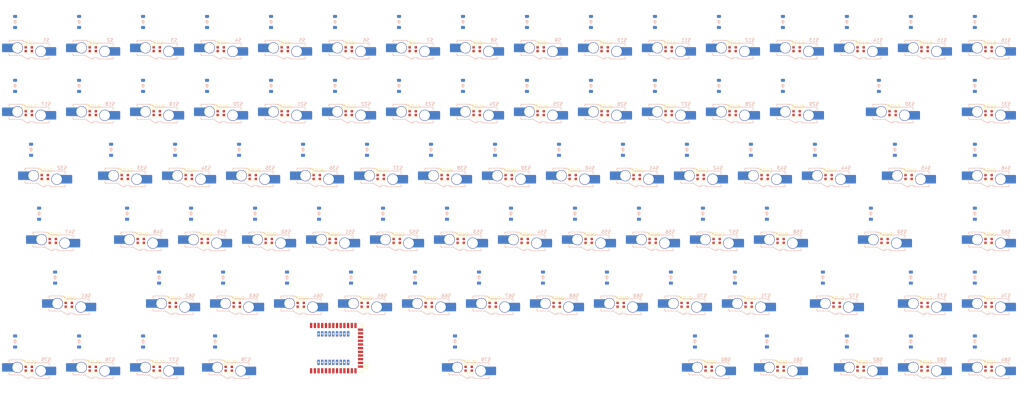
<source format=kicad_pcb>
(kicad_pcb (version 20240108) (generator "pcbnew") (generator_version "8.0")
  (layers (0 "F.Cu" signal) (31 "B.Cu" signal) (34 "B.Paste" user) (35 "F.Paste" user) (36 "B.SilkS" user "B.Silkscreen") (37 "F.SilkS" user "F.Silkscreen") (38 "B.Mask" user) (39 "F.Mask" user) (44 "Edge.Cuts" user))
  (net 0 "")
  (net 1 "ROW0")
  (net 2 "Net-(D1-A)")
  (net 3 "Net-(D2-A)")
  (net 4 "Net-(D3-A)")
  (net 5 "Net-(D4-A)")
  (net 6 "Net-(D5-A)")
  (net 7 "Net-(D6-A)")
  (net 8 "Net-(D7-A)")
  (net 9 "Net-(D8-A)")
  (net 10 "Net-(D9-A)")
  (net 11 "Net-(D10-A)")
  (net 12 "ROW1")
  (net 13 "Net-(D11-A)")
  (net 14 "Net-(D12-A)")
  (net 15 "Net-(D13-A)")
  (net 16 "Net-(D14-A)")
  (net 17 "Net-(D15-A)")
  (net 18 "Net-(D16-A)")
  (net 19 "Net-(D17-A)")
  (net 20 "Net-(D18-A)")
  (net 21 "Net-(D19-A)")
  (net 22 "Net-(D20-A)")
  (net 23 "ROW2")
  (net 24 "Net-(D21-A)")
  (net 25 "Net-(D22-A)")
  (net 26 "Net-(D23-A)")
  (net 27 "Net-(D24-A)")
  (net 28 "Net-(D25-A)")
  (net 29 "Net-(D26-A)")
  (net 30 "Net-(D27-A)")
  (net 31 "Net-(D28-A)")
  (net 32 "Net-(D29-A)")
  (net 33 "Net-(D30-A)")
  (net 34 "Net-(D31-A)")
  (net 35 "ROW3")
  (net 36 "Net-(D32-A)")
  (net 37 "Net-(D33-A)")
  (net 38 "Net-(D34-A)")
  (net 39 "Net-(D35-A)")
  (net 40 "Net-(D36-A)")
  (net 41 "Net-(D37-A)")
  (net 42 "Net-(D38-A)")
  (net 43 "Net-(D39-A)")
  (net 44 "Net-(D40-A)")
  (net 45 "Net-(D41-A)")
  (net 46 "ROW4")
  (net 47 "Net-(D42-A)")
  (net 48 "Net-(D43-A)")
  (net 49 "Net-(D44-A)")
  (net 50 "Net-(D45-A)")
  (net 51 "Net-(D46-A)")
  (net 52 "Net-(D47-A)")
  (net 53 "Net-(D48-A)")
  (net 54 "Net-(D49-A)")
  (net 55 "Net-(D50-A)")
  (net 56 "Net-(D51-A)")
  (net 57 "ROW5")
  (net 58 "Net-(D52-A)")
  (net 59 "Net-(D53-A)")
  (net 60 "Net-(D54-A)")
  (net 61 "Net-(D55-A)")
  (net 62 "Net-(D56-A)")
  (net 63 "Net-(D57-A)")
  (net 64 "Net-(D58-A)")
  (net 65 "Net-(D59-A)")
  (net 66 "Net-(D60-A)")
  (net 67 "Net-(D61-A)")
  (net 68 "Net-(D62-A)")
  (net 69 "Net-(D63-A)")
  (net 70 "Net-(D64-A)")
  (net 71 "Net-(D65-A)")
  (net 72 "Net-(D66-A)")
  (net 73 "Net-(D67-A)")
  (net 74 "Net-(D68-A)")
  (net 75 "Net-(D69-A)")
  (net 76 "Net-(D70-A)")
  (net 77 "Net-(D71-A)")
  (net 78 "Net-(D72-A)")
  (net 79 "Net-(D73-A)")
  (net 80 "Net-(D74-A)")
  (net 81 "Net-(D75-A)")
  (net 82 "Net-(D76-A)")
  (net 83 "Net-(D77-A)")
  (net 84 "Net-(D78-A)")
  (net 85 "Net-(D79-A)")
  (net 86 "Net-(D80-A)")
  (net 87 "Net-(D81-A)")
  (net 88 "Net-(D82-A)")
  (net 89 "Net-(D83-A)")
  (net 90 "Net-(D84-A)")
  (net 91 "Net-(LED1-DOUT)")
  (net 92 "+5V")
  (net 93 "GND")
  (net 94 "LED_ARRAY")
  (net 95 "Net-(LED2-DOUT)")
  (net 96 "Net-(LED3-DOUT)")
  (net 97 "Net-(LED4-DOUT)")
  (net 98 "Net-(LED5-DOUT)")
  (net 99 "Net-(LED6-DOUT)")
  (net 100 "Net-(LED7-DOUT)")
  (net 101 "Net-(LED8-DOUT)")
  (net 102 "Net-(LED10-DIN)")
  (net 103 "Net-(LED10-DOUT)")
  (net 104 "Net-(LED11-DOUT)")
  (net 105 "Net-(LED12-DOUT)")
  (net 106 "Net-(LED13-DOUT)")
  (net 107 "Net-(LED14-DOUT)")
  (net 108 "Net-(LED15-DOUT)")
  (net 109 "Net-(LED16-DOUT)")
  (net 110 "Net-(LED17-DOUT)")
  (net 111 "Net-(LED18-DOUT)")
  (net 112 "Net-(LED19-DOUT)")
  (net 113 "Net-(LED20-DOUT)")
  (net 114 "Net-(LED21-DOUT)")
  (net 115 "Net-(LED22-DOUT)")
  (net 116 "Net-(LED23-DOUT)")
  (net 117 "Net-(LED24-DOUT)")
  (net 118 "Net-(LED25-DOUT)")
  (net 119 "Net-(LED26-DOUT)")
  (net 120 "Net-(LED27-DOUT)")
  (net 121 "Net-(LED28-DOUT)")
  (net 122 "Net-(LED29-DOUT)")
  (net 123 "Net-(LED30-DOUT)")
  (net 124 "Net-(LED31-DOUT)")
  (net 125 "Net-(LED32-DOUT)")
  (net 126 "Net-(LED33-DOUT)")
  (net 127 "Net-(LED34-DOUT)")
  (net 128 "Net-(LED35-DOUT)")
  (net 129 "Net-(LED36-DOUT)")
  (net 130 "Net-(LED37-DOUT)")
  (net 131 "Net-(LED38-DOUT)")
  (net 132 "Net-(LED39-DOUT)")
  (net 133 "Net-(LED40-DOUT)")
  (net 134 "Net-(LED41-DOUT)")
  (net 135 "Net-(LED42-DOUT)")
  (net 136 "Net-(LED43-DOUT)")
  (net 137 "Net-(LED44-DOUT)")
  (net 138 "Net-(LED45-DOUT)")
  (net 139 "Net-(LED46-DOUT)")
  (net 140 "Net-(LED47-DOUT)")
  (net 141 "Net-(LED48-DOUT)")
  (net 142 "Net-(LED49-DOUT)")
  (net 143 "Net-(LED50-DOUT)")
  (net 144 "Net-(LED51-DOUT)")
  (net 145 "Net-(LED52-DOUT)")
  (net 146 "Net-(LED53-DOUT)")
  (net 147 "Net-(LED54-DOUT)")
  (net 148 "Net-(LED55-DOUT)")
  (net 149 "Net-(LED56-DOUT)")
  (net 150 "Net-(LED57-DOUT)")
  (net 151 "Net-(LED58-DOUT)")
  (net 152 "Net-(LED59-DOUT)")
  (net 153 "Net-(LED60-DOUT)")
  (net 154 "Net-(LED61-DOUT)")
  (net 155 "Net-(LED62-DOUT)")
  (net 156 "Net-(LED63-DOUT)")
  (net 157 "Net-(LED64-DOUT)")
  (net 158 "Net-(LED65-DOUT)")
  (net 159 "Net-(LED66-DOUT)")
  (net 160 "Net-(LED67-DOUT)")
  (net 161 "Net-(LED68-DOUT)")
  (net 162 "Net-(LED69-DOUT)")
  (net 163 "Net-(LED70-DOUT)")
  (net 164 "Net-(LED71-DOUT)")
  (net 165 "Net-(LED72-DOUT)")
  (net 166 "Net-(LED73-DOUT)")
  (net 167 "Net-(LED74-DOUT)")
  (net 168 "Net-(LED75-DOUT)")
  (net 169 "Net-(LED76-DOUT)")
  (net 170 "Net-(LED77-DOUT)")
  (net 171 "Net-(LED78-DOUT)")
  (net 172 "Net-(LED79-DOUT)")
  (net 173 "Net-(LED80-DOUT)")
  (net 174 "Net-(LED81-DOUT)")
  (net 175 "Net-(LED82-DOUT)")
  (net 176 "Net-(LED83-DOUT)")
  (net 178 "COL0")
  (net 179 "COL1")
  (net 180 "COL2")
  (net 181 "COL3")
  (net 182 "COL4")
  (net 183 "COL5")
  (net 184 "COL6")
  (net 185 "COL7")
  (net 186 "COL8")
  (net 187 "COL9")
  (net 243 "COL10")
  (net 244 "COL11")
  (net 245 "COL12")
  (net 246 "COL13")
  (net 247 "COL14")
  (net 248 "COL15")
  (footprint "LED_SMD:LED_WS2812B-2020_PLCC4_2.0x2.0mm" (layer "F.Cu") (at 89.4875 100.35)
    (property "Reference" "LED49")
    (property "Value" "WS2812B-2020")
  )
  (footprint "LED_SMD:LED_WS2812B-2020_PLCC4_2.0x2.0mm" (layer "F.Cu") (at 189.5 62.25)
    (property "Reference" "LED25")
    (property "Value" "WS2812B-2020")
  )
  (footprint "LED_SMD:LED_WS2812B-2020_PLCC4_2.0x2.0mm" (layer "F.Cu") (at 291.89375 100.35)
    (property "Reference" "LED59")
    (property "Value" "WS2812B-2020")
  )
  (footprint "LED_SMD:LED_WS2812B-2020_PLCC4_2.0x2.0mm" (layer "F.Cu") (at 284.75 138.45)
    (property "Reference" "LED82")
    (property "Value" "WS2812B-2020")
  )
  (footprint "LED_SMD:LED_WS2812B-2020_PLCC4_2.0x2.0mm" (layer "F.Cu") (at 246.65 43.2)
    (property "Reference" "LED12")
    (property "Value" "WS2812B-2020")
  )
  (footprint "LED_SMD:LED_WS2812B-2020_PLCC4_2.0x2.0mm" (layer "F.Cu") (at 260.9375 100.35)
    (property "Reference" "LED58")
    (property "Value" "WS2812B-2020")
  )
  (footprint "LED_SMD:LED_WS2812B-2020_PLCC4_2.0x2.0mm" (layer "F.Cu") (at 37.1 138.45)
    (property "Reference" "LED75")
    (property "Value" "WS2812B-2020")
  )
  (footprint "LED_SMD:LED_WS2812B-2020_PLCC4_2.0x2.0mm" (layer "F.Cu") (at 199.025 81.3)
    (property "Reference" "LED40")
    (property "Value" "WS2812B-2020")
  )
  (footprint "LED_SMD:LED_WS2812B-2020_PLCC4_2.0x2.0mm" (layer "F.Cu") (at 160.925 81.3)
    (property "Reference" "LED38")
    (property "Value" "WS2812B-2020")
  )
  (footprint "LED_SMD:LED_WS2812B-2020_PLCC4_2.0x2.0mm" (layer "F.Cu") (at 277.60625 119.4)
    (property "Reference" "LED72")
    (property "Value" "WS2812B-2020")
  )
  (footprint "LED_SMD:LED_WS2812B-2020_PLCC4_2.0x2.0mm" (layer "F.Cu") (at 41.8625 81.3)
    (property "Reference" "LED32")
    (property "Value" "WS2812B-2020")
  )
  (footprint "LED_SMD:LED_WS2812B-2020_PLCC4_2.0x2.0mm" (layer "F.Cu") (at 275.225 81.3)
    (property "Reference" "LED44")
    (property "Value" "WS2812B-2020")
  )
  (footprint "LED_SMD:LED_WS2812B-2020_PLCC4_2.0x2.0mm" (layer "F.Cu") (at 118.0625 119.4)
    (property "Reference" "LED64")
    (property "Value" "WS2812B-2020")
  )
  (footprint "LED_SMD:LED_WS2812B-2020_PLCC4_2.0x2.0mm" (layer "F.Cu") (at 70.4375 100.35)
    (property "Reference" "LED48")
    (property "Value" "WS2812B-2020")
  )
  (footprint "LED_SMD:LED_WS2812B-2020_PLCC4_2.0x2.0mm" (layer "F.Cu") (at 322.85 43.2)
    (property "Reference" "LED16")
    (property "Value" "WS2812B-2020")
  )
  (footprint "LED_SMD:LED_WS2812B-2020_PLCC4_2.0x2.0mm" (layer "F.Cu") (at 256.175 81.3)
    (property "Reference" "LED43")
    (property "Value" "WS2812B-2020")
  )
  (footprint "LED_SMD:LED_WS2812B-2020_PLCC4_2.0x2.0mm" (layer "F.Cu") (at 168.06875 138.45)
    (property "Reference" "LED79")
    (property "Value" "WS2812B-2020")
  )
  (footprint "LED_SMD:LED_WS2812B-2020_PLCC4_2.0x2.0mm" (layer "F.Cu") (at 151.4 62.25)
    (property "Reference" "LED23")
    (property "Value" "WS2812B-2020")
  )
  (footprint "LED_SMD:LED_WS2812B-2020_PLCC4_2.0x2.0mm" (layer "F.Cu") (at 303.8 119.4)
    (property "Reference" "LED73")
    (property "Value" "WS2812B-2020")
  )
  (footprint "LED_SMD:LED_WS2812B-2020_PLCC4_2.0x2.0mm" (layer "F.Cu") (at 303.8 43.2)
    (property "Reference" "LED15")
    (property "Value" "WS2812B-2020")
  )
  (footprint "LED_SMD:LED_WS2812B-2020_PLCC4_2.0x2.0mm" (layer "F.Cu") (at 170.45 43.2)
    (property "Reference" "LED8")
    (property "Value" "WS2812B-2020")
  )
  (footprint "LED_SMD:LED_WS2812B-2020_PLCC4_2.0x2.0mm" (layer "F.Cu") (at 284.75 43.2)
    (property "Reference" "LED14")
    (property "Value" "WS2812B-2020")
  )
  (footprint "LED_SMD:LED_WS2812B-2020_PLCC4_2.0x2.0mm" (layer "F.Cu") (at 194.2625 119.4)
    (property "Reference" "LED68")
    (property "Value" "WS2812B-2020")
  )
  (footprint "LED_SMD:LED_WS2812B-2020_PLCC4_2.0x2.0mm" (layer "F.Cu") (at 165.6875 100.35)
    (property "Reference" "LED53")
    (property "Value" "WS2812B-2020")
  )
  (footprint "LED_SMD:LED_WS2812B-2020_PLCC4_2.0x2.0mm" (layer "F.Cu") (at 322.85 138.45)
    (property "Reference" "LED84")
    (property "Value" "WS2812B-2020")
  )
  (footprint "LED_SMD:LED_WS2812B-2020_PLCC4_2.0x2.0mm" (layer "F.Cu") (at 127.5875 100.35)
    (property "Reference" "LED51")
    (property "Value" "WS2812B-2020")
  )
  (footprint "LED_SMD:LED_WS2812B-2020_PLCC4_2.0x2.0mm" (layer "F.Cu") (at 175.2125 119.4)
    (property "Reference" "LED67")
    (property "Value" "WS2812B-2020")
  )
  (footprint "LED_SMD:LED_WS2812B-2020_PLCC4_2.0x2.0mm" (layer "F.Cu") (at 241.8875 100.35)
    (property "Reference" "LED57")
    (property "Value" "WS2812B-2020")
  )
  (footprint "LED_SMD:LED_WS2812B-2020_PLCC4_2.0x2.0mm" (layer "F.Cu") (at 132.35 62.25)
    (property "Reference" "LED22")
    (property "Value" "WS2812B-2020")
  )
  (footprint "LED_SMD:LED_WS2812B-2020_PLCC4_2.0x2.0mm" (layer "F.Cu") (at 122.825 81.3)
    (property "Reference" "LED36")
    (property "Value" "WS2812B-2020")
  )
  (footprint "LED_SMD:LED_WS2812B-2020_PLCC4_2.0x2.0mm" (layer "F.Cu") (at 303.8 138.45)
    (property "Reference" "LED83")
    (property "Value" "WS2812B-2020")
  )
  (footprint "LED_SMD:LED_WS2812B-2020_PLCC4_2.0x2.0mm" (layer "F.Cu") (at 56.15 43.2)
    (property "Reference" "LED2")
    (property "Value" "WS2812B-2020")
  )
  (footprint "LED_SMD:LED_WS2812B-2020_PLCC4_2.0x2.0mm" (layer "F.Cu") (at 37.1 43.2)
    (property "Reference" "LED1")
    (property "Value" "WS2812B-2020")
  )
  (footprint "LED_SMD:LED_WS2812B-2020_PLCC4_2.0x2.0mm" (layer "F.Cu") (at 75.2 62.25)
    (property "Reference" "LED19")
    (property "Value" "WS2812B-2020")
  )
  (footprint "LED_SMD:LED_WS2812B-2020_PLCC4_2.0x2.0mm" (layer "F.Cu") (at 208.55 62.25)
    (property "Reference" "LED26")
    (property "Value" "WS2812B-2020")
  )
  (footprint "LED_SMD:LED_WS2812B-2020_PLCC4_2.0x2.0mm" (layer "F.Cu") (at 37.1 62.25)
    (property "Reference" "LED17")
    (property "Value" "WS2812B-2020")
  )
  (footprint "LED_SMD:LED_WS2812B-2020_PLCC4_2.0x2.0mm" (layer "F.Cu") (at 151.4 43.2)
    (property "Reference" "LED7")
    (property "Value" "WS2812B-2020")
  )
  (footprint "LED_SMD:LED_WS2812B-2020_PLCC4_2.0x2.0mm" (layer "F.Cu") (at 94.25 62.25)
    (property "Reference" "LED20")
    (property "Value" "WS2812B-2020")
  )
  (footprint "LED_SMD:LED_WS2812B-2020_PLCC4_2.0x2.0mm" (layer "F.Cu") (at 75.2 138.45)
    (property "Reference" "LED77")
    (property "Value" "WS2812B-2020")
  )
  (footprint "LED_SMD:LED_WS2812B-2020_PLCC4_2.0x2.0mm" (layer "F.Cu") (at 170.45 62.25)
    (property "Reference" "LED24")
    (property "Value" "WS2812B-2020")
  )
  (footprint "LED_SMD:LED_WS2812B-2020_PLCC4_2.0x2.0mm" (layer "F.Cu") (at 141.875 81.3)
    (property "Reference" "LED37")
    (property "Value" "WS2812B-2020")
  )
  (footprint "LED_SMD:LED_WS2812B-2020_PLCC4_2.0x2.0mm" (layer "F.Cu") (at 260.9375 138.45)
    (property "Reference" "LED81")
    (property "Value" "WS2812B-2020")
  )
  (footprint "LED_SMD:LED_WS2812B-2020_PLCC4_2.0x2.0mm" (layer "F.Cu") (at 222.8375 100.35)
    (property "Reference" "LED56")
    (property "Value" "WS2812B-2020")
  )
  (footprint "LED_SMD:LED_WS2812B-2020_PLCC4_2.0x2.0mm" (layer "F.Cu") (at 108.5375 100.35)
    (property "Reference" "LED50")
    (property "Value" "WS2812B-2020")
  )
  (footprint "LED_SMD:LED_WS2812B-2020_PLCC4_2.0x2.0mm" (layer "F.Cu") (at 208.55 43.2)
    (property "Reference" "LED10")
    (property "Value" "WS2812B-2020")
  )
  (footprint "LED_SMD:LED_WS2812B-2020_PLCC4_2.0x2.0mm" (layer "F.Cu") (at 265.7 62.25)
    (property "Reference" "LED29")
    (property "Value" "WS2812B-2020")
  )
  (footprint "LED_SMD:LED_WS2812B-2020_PLCC4_2.0x2.0mm" (layer "F.Cu") (at 137.1125 119.4)
    (property "Reference" "LED65")
    (property "Value" "WS2812B-2020")
  )
  (footprint "LED_SMD:LED_WS2812B-2020_PLCC4_2.0x2.0mm" (layer "F.Cu") (at 56.15 62.25)
    (property "Reference" "LED18")
    (property "Value" "WS2812B-2020")
  )
  (footprint "LED_SMD:LED_WS2812B-2020_PLCC4_2.0x2.0mm" (layer "F.Cu") (at 239.50625 138.45)
    (property "Reference" "LED80")
    (property "Value" "WS2812B-2020")
  )
  (footprint "kicad-keyboard-parts:nRF52840_holyiot_18010" (layer "F.Cu") (at 126.862501 132.3 90)
    (property "Reference" "U1")
    (property "Value" "nRF52840_holyiot_18010")
  )
  (footprint "LED_SMD:LED_WS2812B-2020_PLCC4_2.0x2.0mm" (layer "F.Cu") (at 113.3 43.2)
    (property "Reference" "LED5")
    (property "Value" "WS2812B-2020")
  )
  (footprint "LED_SMD:LED_WS2812B-2020_PLCC4_2.0x2.0mm" (layer "F.Cu") (at 265.7 43.2)
    (property "Reference" "LED13")
    (property "Value" "WS2812B-2020")
  )
  (footprint "LED_SMD:LED_WS2812B-2020_PLCC4_2.0x2.0mm" (layer "F.Cu") (at 227.6 43.2)
    (property "Reference" "LED11")
    (property "Value" "WS2812B-2020")
  )
  (footprint "LED_SMD:LED_WS2812B-2020_PLCC4_2.0x2.0mm" (layer "F.Cu") (at 113.3 62.25)
    (property "Reference" "LED21")
    (property "Value" "WS2812B-2020")
  )
  (footprint "LED_SMD:LED_WS2812B-2020_PLCC4_2.0x2.0mm" (layer "F.Cu") (at 103.775 81.3)
    (property "Reference" "LED35")
    (property "Value" "WS2812B-2020")
  )
  (footprint "LED_SMD:LED_WS2812B-2020_PLCC4_2.0x2.0mm" (layer "F.Cu") (at 251.4125 119.4)
    (property "Reference" "LED71")
    (property "Value" "WS2812B-2020")
  )
  (footprint "LED_SMD:LED_WS2812B-2020_PLCC4_2.0x2.0mm" (layer "F.Cu") (at 246.65 62.25)
    (property "Reference" "LED28")
    (property "Value" "WS2812B-2020")
  )
  (footprint "LED_SMD:LED_WS2812B-2020_PLCC4_2.0x2.0mm" (layer "F.Cu") (at 65.675 81.3)
    (property "Reference" "LED33")
    (property "Value" "WS2812B-2020")
  )
  (footprint "LED_SMD:LED_WS2812B-2020_PLCC4_2.0x2.0mm" (layer "F.Cu") (at 227.6 62.25)
    (property "Reference" "LED27")
    (property "Value" "WS2812B-2020")
  )
  (footprint "LED_SMD:LED_WS2812B-2020_PLCC4_2.0x2.0mm" (layer "F.Cu") (at 322.85 100.35)
    (property "Reference" "LED60")
    (property "Value" "WS2812B-2020")
  )
  (footprint "LED_SMD:LED_WS2812B-2020_PLCC4_2.0x2.0mm" (layer "F.Cu") (at 44.24375 100.35)
    (property "Reference" "LED47")
    (property "Value" "WS2812B-2020")
  )
  (footprint "LED_SMD:LED_WS2812B-2020_PLCC4_2.0x2.0mm" (layer "F.Cu") (at 189.5 43.2)
    (property "Reference" "LED9")
    (property "Value" "WS2812B-2020")
  )
  (footprint "LED_SMD:LED_WS2812B-2020_PLCC4_2.0x2.0mm" (layer "F.Cu") (at 184.7375 100.35)
    (property "Reference" "LED54")
    (property "Value" "WS2812B-2020")
  )
  (footprint "LED_SMD:LED_WS2812B-2020_PLCC4_2.0x2.0mm" (layer "F.Cu") (at 322.85 81.3)
    (property "Reference" "LED46")
    (property "Value" "WS2812B-2020")
  )
  (footprint "LED_SMD:LED_WS2812B-2020_PLCC4_2.0x2.0mm" (layer "F.Cu") (at 218.075 81.3)
    (property "Reference" "LED41")
    (property "Value" "WS2812B-2020")
  )
  (footprint "LED_SMD:LED_WS2812B-2020_PLCC4_2.0x2.0mm" (layer "F.Cu") (at 294.275 62.25)
    (property "Reference" "LED30")
    (property "Value" "WS2812B-2020")
  )
  (footprint "LED_SMD:LED_WS2812B-2020_PLCC4_2.0x2.0mm" (layer "F.Cu") (at 203.7875 100.35)
    (property "Reference" "LED55")
    (property "Value" "WS2812B-2020")
  )
  (footprint "LED_SMD:LED_WS2812B-2020_PLCC4_2.0x2.0mm" (layer "F.Cu") (at 179.975 81.3)
    (property "Reference" "LED39")
    (property "Value" "WS2812B-2020")
  )
  (footprint "LED_SMD:LED_WS2812B-2020_PLCC4_2.0x2.0mm" (layer "F.Cu") (at 322.85 119.4)
    (property "Reference" "LED74")
    (property "Value" "WS2812B-2020")
  )
  (footprint "LED_SMD:LED_WS2812B-2020_PLCC4_2.0x2.0mm" (layer "F.Cu") (at 237.125 81.3)
    (property "Reference" "LED42")
    (property "Value" "WS2812B-2020")
  )
  (footprint "LED_SMD:LED_WS2812B-2020_PLCC4_2.0x2.0mm" (layer "F.Cu") (at 232.3625 119.4)
    (property "Reference" "LED70")
    (property "Value" "WS2812B-2020")
  )
  (footprint "LED_SMD:LED_WS2812B-2020_PLCC4_2.0x2.0mm" (layer "F.Cu") (at 96.63125 138.45)
    (property "Reference" "LED78")
    (property "Value" "WS2812B-2020")
  )
  (footprint "LED_SMD:LED_WS2812B-2020_PLCC4_2.0x2.0mm" (layer "F.Cu") (at 99.0125 119.4)
    (property "Reference" "LED63")
    (property "Value" "WS2812B-2020")
  )
  (footprint "LED_SMD:LED_WS2812B-2020_PLCC4_2.0x2.0mm" (layer "F.Cu") (at 132.35 43.2)
    (property "Reference" "LED6")
    (property "Value" "WS2812B-2020")
  )
  (footprint "LED_SMD:LED_WS2812B-2020_PLCC4_2.0x2.0mm" (layer "F.Cu") (at 75.2 43.2)
    (property "Reference" "LED3")
    (property "Value" "WS2812B-2020")
  )
  (footprint "LED_SMD:LED_WS2812B-2020_PLCC4_2.0x2.0mm" (layer "F.Cu") (at 84.725 81.3)
    (property "Reference" "LED34")
    (property "Value" "WS2812B-2020")
  )
  (footprint "LED_SMD:LED_WS2812B-2020_PLCC4_2.0x2.0mm" (layer "F.Cu") (at 156.1625 119.4)
    (property "Reference" "LED66")
    (property "Value" "WS2812B-2020")
  )
  (footprint "LED_SMD:LED_WS2812B-2020_PLCC4_2.0x2.0mm" (layer "F.Cu") (at 213.3125 119.4)
    (property "Reference" "LED69")
    (property "Value" "WS2812B-2020")
  )
  (footprint "LED_SMD:LED_WS2812B-2020_PLCC4_2.0x2.0mm" (layer "F.Cu") (at 49.00625 119.4)
    (property "Reference" "LED61")
    (property "Value" "WS2812B-2020")
  )
  (footprint "LED_SMD:LED_WS2812B-2020_PLCC4_2.0x2.0mm" (layer "F.Cu") (at 146.6375 100.35)
    (property "Reference" "LED52")
    (property "Value" "WS2812B-2020")
  )
  (footprint "LED_SMD:LED_WS2812B-2020_PLCC4_2.0x2.0mm" (layer "F.Cu") (at 56.15 138.45)
    (property "Reference" "LED76")
    (property "Value" "WS2812B-2020")
  )
  (footprint "LED_SMD:LED_WS2812B-2020_PLCC4_2.0x2.0mm" (layer "F.Cu") (at 79.9625 119.4)
    (property "Reference" "LED62")
    (property "Value" "WS2812B-2020")
  )
  (footprint "LED_SMD:LED_WS2812B-2020_PLCC4_2.0x2.0mm" (layer "F.Cu") (at 299.0375 81.3)
    (property "Reference" "LED45")
    (property "Value" "WS2812B-2020")
  )
  (footprint "LED_SMD:LED_WS2812B-2020_PLCC4_2.0x2.0mm" (layer "F.Cu") (at 322.85 62.25)
    (property "Reference" "LED31")
    (property "Value" "WS2812B-2020")
  )
  (footprint "LED_SMD:LED_WS2812B-2020_PLCC4_2.0x2.0mm" (layer "F.Cu") (at 94.25 43.2)
    (property "Reference" "LED4")
    (property "Value" "WS2812B-2020")
  )
  (footprint "PCM_marbastlib-xp-gateron_lp:SW_KS33_HS_KS-2P02B01-02_HS_1u" (layer "B.Cu") (at 323.85 133.35 180)
    (property "Reference" "S84")
    (property "Value" "Keyswitch")
  )
  (footprint "PCM_marbastlib-xp-gateron_lp:SW_KS33_HS_KS-2P02B01-02_HS_1u" (layer "B.Cu") (at 209.55 38.1 180)
    (property "Reference" "S10")
    (property "Value" "Keyswitch")
  )
  (footprint "ScottoKeebs_Components:Diode_SOD-123" (layer "B.Cu") (at 290.195 54.12 -90)
    (property "Reference" "D30" (hide yes))
    (property "Value" "D")
  )
  (footprint "ScottoKeebs_Components:Diode_SOD-123" (layer "B.Cu") (at 180.6575 92.22 -90)
    (property "Reference" "D54" (hide yes))
    (property "Value" "D")
  )
  (footprint "PCM_marbastlib-xp-gateron_lp:SW_KS33_HS_KS-2P02B01-02_HS_1u" (layer "B.Cu") (at 76.2 57.15 180)
    (property "Reference" "S19")
    (property "Value" "Keyswitch")
  )
  (footprint "PCM_marbastlib-xp-gateron_lp:SW_KS33_HS_KS-2P02B01-02_HS_1u" (layer "B.Cu") (at 261.9375 95.25 180)
    (property "Reference" "S58")
    (property "Value" "Keyswitch")
  )
  (footprint "ScottoKeebs_Components:Diode_SOD-123" (layer "B.Cu") (at 75.8825 111.27 -90)
    (property "Reference" "D62" (hide yes))
    (property "Value" "D")
  )
  (footprint "PCM_marbastlib-xp-gateron_lp:SW_KS33_HS_KS-2P02B01-02_HS_1u" (layer "B.Cu") (at 300.0375 76.2 180)
    (property "Reference" "S45")
    (property "Value" "Keyswitch")
  )
  (footprint "PCM_marbastlib-xp-gateron_lp:SW_KS33_HS_KS-2P02B01-02_HS_1u" (layer "B.Cu") (at 95.25 57.15 180)
    (property "Reference" "S20")
    (property "Value" "Keyswitch")
  )
  (footprint "PCM_marbastlib-xp-gateron_lp:SW_KS33_HS_KS-2P02B01-02_HS_1u" (layer "B.Cu") (at 285.75 133.35 180)
    (property "Reference" "S82")
    (property "Value" "Keyswitch")
  )
  (footprint "ScottoKeebs_Components:Diode_SOD-123" (layer "B.Cu") (at 237.8075 92.22 -90)
    (property "Reference" "D57" (hide yes))
    (property "Value" "D")
  )
  (footprint "ScottoKeebs_Components:Diode_SOD-123" (layer "B.Cu") (at 66.3575 92.22 -90)
    (property "Reference" "D48" (hide yes))
    (property "Value" "D")
  )
  (footprint "PCM_marbastlib-xp-gateron_lp:SW_KS33_HS_KS-2P02B01-02_HS_1u" (layer "B.Cu") (at 57.15 57.15 180)
    (property "Reference" "S18")
    (property "Value" "Keyswitch")
  )
  (footprint "PCM_marbastlib-xp-gateron_lp:SW_KS33_HS_KS-2P02B01-02_HS_1u" (layer "B.Cu") (at 214.3125 114.3 180)
    (property "Reference" "S69")
    (property "Value" "Keyswitch")
  )
  (footprint "ScottoKeebs_Components:Diode_SOD-123" (layer "B.Cu") (at 294.9575 73.17 -90)
    (property "Reference" "D45" (hide yes))
    (property "Value" "D")
  )
  (footprint "ScottoKeebs_Components:Diode_SOD-123" (layer "B.Cu") (at 99.695 73.17 -90)
    (property "Reference" "D35" (hide yes))
    (property "Value" "D")
  )
  (footprint "ScottoKeebs_Components:Diode_SOD-123" (layer "B.Cu") (at 190.1825 111.27 -90)
    (property "Reference" "D68" (hide yes))
    (property "Value" "D")
  )
  (footprint "PCM_marbastlib-xp-gateron_lp:SW_KS33_HS_KS-2P02B01-02_HS_1u" (layer "B.Cu") (at 147.6375 95.25 180)
    (property "Reference" "S52")
    (property "Value" "Keyswitch")
  )
  (footprint "ScottoKeebs_Components:Diode_SOD-123" (layer "B.Cu") (at 204.47 35.07 -90)
    (property "Reference" "D10" (hide yes))
    (property "Value" "D")
  )
  (footprint "ScottoKeebs_Components:Diode_SOD-123" (layer "B.Cu") (at 37.7825 73.17 -90)
    (property "Reference" "D32" (hide yes))
    (property "Value" "D")
  )
  (footprint "ScottoKeebs_Components:Diode_SOD-123" (layer "B.Cu") (at 242.57 54.12 -90)
    (property "Reference" "D28" (hide yes))
    (property "Value" "D")
  )
  (footprint "PCM_marbastlib-xp-gateron_lp:SW_KS33_HS_KS-2P02B01-02_HS_1u" (layer "B.Cu") (at 209.55 57.15 180)
    (property "Reference" "S26")
    (property "Value" "Keyswitch")
  )
  (footprint "ScottoKeebs_Components:Diode_SOD-123" (layer "B.Cu") (at 252.095 73.17 -90)
    (property "Reference" "D43" (hide yes))
    (property "Value" "D")
  )
  (footprint "ScottoKeebs_Components:Diode_SOD-123" (layer "B.Cu") (at 156.845 73.17 -90)
    (property "Reference" "D38" (hide yes))
    (property "Value" "D")
  )
  (footprint "PCM_marbastlib-xp-gateron_lp:SW_KS33_HS_KS-2P02B01-02_HS_1u" (layer "B.Cu") (at 95.25 38.1 180)
    (property "Reference" "S4")
    (property "Value" "Keyswitch")
  )
  (footprint "ScottoKeebs_Components:Diode_SOD-123" (layer "B.Cu") (at 299.72 111.27 -90)
    (property "Reference" "D73" (hide yes))
    (property "Value" "D")
  )
  (footprint "ScottoKeebs_Components:Diode_SOD-123" (layer "B.Cu") (at 133.0325 111.27 -90)
    (property "Reference" "D65" (hide yes))
    (property "Value" "D")
  )
  (footprint "ScottoKeebs_Components:Diode_SOD-123" (layer "B.Cu") (at 128.27 35.07 -90)
    (property "Reference" "D6" (hide yes))
    (property "Value" "D")
  )
  (footprint "PCM_marbastlib-xp-gateron_lp:SW_KS33_HS_KS-2P02B01-02_HS_1u" (layer "B.Cu") (at 261.9375 133.35 180)
    (property "Reference" "S81")
    (property "Value" "Keyswitch")
  )
  (footprint "PCM_marbastlib-xp-gateron_lp:SW_KS33_HS_KS-2P02B01-02_HS_1u" (layer "B.Cu") (at 219.075 76.2 180)
    (property "Reference" "S41")
    (property "Value" "Keyswitch")
  )
  (footprint "ScottoKeebs_Components:Diode_SOD-123" (layer "B.Cu") (at 271.145 73.17 -90)
    (property "Reference" "D44" (hide yes))
    (property "Value" "D")
  )
  (footprint "PCM_marbastlib-xp-gateron_lp:SW_KS33_HS_KS-2P02B01-02_HS_1u" (layer "B.Cu") (at 323.85 76.2 180)
    (property "Reference" "S46")
    (property "Value" "Keyswitch")
  )
  (footprint "ScottoKeebs_Components:Diode_SOD-123" (layer "B.Cu") (at 104.4575 92.22 -90)
    (property "Reference" "D50" (hide yes))
    (property "Value" "D")
  )
  (footprint "PCM_marbastlib-xp-gateron_lp:SW_KS33_HS_KS-2P02B01-02_HS_1u" (layer "B.Cu") (at 57.15 133.35 180)
    (property "Reference" "S76")
    (property "Value" "Keyswitch")
  )
  (footprint "PCM_marbastlib-xp-gateron_lp:SW_KS33_HS_KS-2P02B01-02_HS_1u" (layer "B.Cu") (at 38.1 57.15 180)
    (property "Reference" "S17")
    (property "Value" "Keyswitch")
  )
  (footprint "ScottoKeebs_Components:Diode_SOD-123" (layer "B.Cu") (at 318.77 54.12 -90)
    (property "Reference" "D31" (hide yes))
    (property "Value" "D")
  )
  (footprint "ScottoKeebs_Components:Diode_SOD-123" (layer "B.Cu") (at 109.22 54.12 -90)
    (property "Reference" "D21" (hide yes))
    (property "Value" "D")
  )
  (footprint "PCM_marbastlib-xp-gateron_lp:SW_KS33_HS_KS-2P02B01-02_HS_1u" (layer "B.Cu") (at 66.675 76.2 180)
    (property "Reference" "S33")
    (property "Value" "Keyswitch")
  )
  (footprint "ScottoKeebs_Components:Diode_SOD-123" (layer "B.Cu") (at 209.2325 111.27 -90)
    (property "Reference" "D69" (hide yes))
    (property "Value" "D")
  )
  (footprint "PCM_marbastlib-xp-gateron_lp:SW_KS33_HS_KS-2P02B01-02_HS_1u" (layer "B.Cu") (at 171.45 38.1 180)
    (property "Reference" "S8")
    (property "Value" "Keyswitch")
  )
  (footprint "ScottoKeebs_Components:Diode_SOD-123" (layer "B.Cu") (at 199.7075 92.22 -90)
    (property "Reference" "D55" (hide yes))
    (property "Value" "D")
  )
  (footprint "PCM_marbastlib-xp-gateron_lp:SW_KS33_HS_KS-2P02B01-02_HS_1u" (layer "B.Cu") (at 133.35 38.1 180)
    (property "Reference" "S6")
    (property "Value" "Keyswitch")
  )
  (footprint "PCM_marbastlib-xp-gateron_lp:SW_KS33_HS_KS-2P02B01-02_HS_1u" (layer "B.Cu") (at 171.45 57.15 180)
    (property "Reference" "S24")
    (property "Value" "Keyswitch")
  )
  (footprint "ScottoKeebs_Components:Diode_SOD-123" (layer "B.Cu") (at 52.07 130.32 -90)
    (property "Reference" "D76" (hide yes))
    (property "Value" "D")
  )
  (footprint "ScottoKeebs_Components:Diode_SOD-123" (layer "B.Cu") (at 90.17 54.12 -90)
    (property "Reference" "D20" (hide yes))
    (property "Value" "D")
  )
  (footprint "PCM_marbastlib-xp-gateron_lp:SW_KS33_HS_KS-2P02B01-02_HS_1u" (layer "B.Cu") (at 200.025 76.2 180)
    (property "Reference" "S40")
    (property "Value" "Keyswitch")
  )
  (footprint "PCM_marbastlib-xp-gateron_lp:SW_KS33_HS_KS-2P02B01-02_HS_1u" (layer "B.Cu") (at 114.3 38.1 180)
    (property "Reference" "S5")
    (property "Value" "Keyswitch")
  )
  (footprint "PCM_marbastlib-xp-gateron_lp:SW_KS33_HS_KS-2P02B01-02_HS_1u" (layer "B.Cu") (at 276.225 76.2 180)
    (property "Reference" "S44")
    (property "Value" "Keyswitch")
  )
  (footprint "ScottoKeebs_Components:Diode_SOD-123" (layer "B.Cu") (at 299.72 35.07 -90)
    (property "Reference" "D15" (hide yes))
    (property "Value" "D")
  )
  (footprint "PCM_marbastlib-xp-gateron_lp:SW_KS33_HS_KS-2P02B01-02_HS_1u" (layer "B.Cu") (at 80.9625 114.3 180)
    (property "Reference" "S62")
    (property "Value" "Keyswitch")
  )
  (footprint "PCM_marbastlib-xp-gateron_lp:SW_KS33_HS_KS-2P02B01-02_HS_1u" (layer "B.Cu") (at 166.6875 95.25 180)
    (property "Reference" "S53")
    (property "Value" "Keyswitch")
  )
  (footprint "PCM_marbastlib-xp-gateron_lp:SW_KS33_HS_KS-2P02B01-02_HS_1u" (layer "B.Cu") (at 123.825 76.2 180)
    (property "Reference" "S36")
    (property "Value" "Keyswitch")
  )
  (footprint "PCM_marbastlib-xp-gateron_lp:SW_KS33_HS_KS-2P02B01-02_HS_1u" (layer "B.Cu") (at 133.35 57.15 180)
    (property "Reference" "S22")
    (property "Value" "Keyswitch")
  )
  (footprint "PCM_marbastlib-xp-gateron_lp:SW_KS33_HS_KS-2P02B01-02_HS_1u" (layer "B.Cu") (at 176.2125 114.3 180)
    (property "Reference" "S67")
    (property "Value" "Keyswitch")
  )
  (footprint "PCM_marbastlib-xp-gateron_lp:SW_KS33_HS_KS-2P02B01-02_HS_1u" (layer "B.Cu") (at 252.4125 114.3 180)
    (property "Reference" "S71")
    (property "Value" "Keyswitch")
  )
  (footprint "ScottoKeebs_Components:Diode_SOD-123" (layer "B.Cu") (at 213.995 73.17 -90)
    (property "Reference" "D41" (hide yes))
    (property "Value" "D")
  )
  (footprint "PCM_marbastlib-xp-gateron_lp:SW_KS33_HS_KS-2P02B01-02_HS_1u" (layer "B.Cu") (at 295.275 57.15 180)
    (property "Reference" "S30")
    (property "Value" "Keyswitch")
  )
  (footprint "ScottoKeebs_Components:Diode_SOD-123" (layer "B.Cu") (at 287.81375 92.22 -90)
    (property "Reference" "D59" (hide yes))
    (property "Value" "D")
  )
  (footprint "ScottoKeebs_Components:Diode_SOD-123" (layer "B.Cu") (at 109.22 35.07 -90)
    (property "Reference" "D5" (hide yes))
    (property "Value" "D")
  )
  (footprint "ScottoKeebs_Components:Diode_SOD-123" (layer "B.Cu") (at 33.02 54.12 -90)
    (property "Reference" "D17" (hide yes))
    (property "Value" "D")
  )
  (footprint "PCM_marbastlib-xp-gateron_lp:SW_KS33_HS_KS-2P02B01-02_HS_1u" (layer "B.Cu") (at 38.1 133.35 180)
    (property "Reference" "S75")
    (property "Value" "Keyswitch")
  )
  (footprint "ScottoKeebs_Components:Diode_SOD-123" (layer "B.Cu") (at 261.62 54.12 -90)
    (property "Reference" "D29" (hide yes))
    (property "Value" "D")
  )
  (footprint "PCM_marbastlib-xp-gateron_lp:SW_KS33_HS_KS-2P02B01-02_HS_1u" (layer "B.Cu") (at 42.8625 76.2 180)
    (property "Reference" "S32")
    (property "Value" "Keyswitch")
  )
  (footprint "PCM_marbastlib-xp-gateron_lp:SW_KS33_HS_KS-2P02B01-02_HS_1u" (layer "B.Cu") (at 323.85 95.25 180)
    (property "Reference" "S60")
    (property "Value" "Keyswitch")
  )
  (footprint "ScottoKeebs_Components:Diode_SOD-123" (layer "B.Cu") (at 218.7575 92.22 -90)
    (property "Reference" "D56" (hide yes))
    (property "Value" "D")
  )
  (footprint "ScottoKeebs_Components:Diode_SOD-123" (layer "B.Cu") (at 280.67 35.07 -90)
    (property "Reference" "D14" (hide yes))
    (property "Value" "D")
  )
  (footprint "ScottoKeebs_Components:Diode_SOD-123" (layer "B.Cu") (at 194.945 73.17 -90)
    (property "Reference" "D40" (hide yes))
    (property "Value" "D")
  )
  (footprint "ScottoKeebs_Components:Diode_SOD-123" (layer "B.Cu") (at 52.07 35.07 -90)
    (property "Reference" "D2" (hide yes))
    (property "Value" "D")
  )
  (footprint "ScottoKeebs_Components:Diode_SOD-123" (layer "B.Cu") (at 299.72 130.32 -90)
    (property "Reference" "D83" (hide yes))
    (property "Value" "D")
  )
  (footprint "ScottoKeebs_Components:Diode_SOD-123" (layer "B.Cu") (at 44.92625 111.27 -90)
    (property "Reference" "D61" (hide yes))
    (property "Value" "D")
  )
  (footprint "ScottoKeebs_Components:Diode_SOD-123" (layer "B.Cu") (at 171.1325 111.27 -90)
    (property "Reference" "D67" (hide yes))
    (property "Value" "D")
  )
  (footprint "PCM_marbastlib-xp-gateron_lp:SW_KS33_HS_KS-2P02B01-02_HS_1u" (layer "B.Cu") (at 76.2 38.1 180)
    (property "Reference" "S3")
    (property "Value" "Keyswitch")
  )
  (footprint "PCM_marbastlib-xp-gateron_lp:SW_KS33_HS_KS-2P02B01-02_HS_1u" (layer "B.Cu") (at 304.8 133.35 180)
    (property "Reference" "S83")
    (property "Value" "Keyswitch")
  )
  (footprint "ScottoKeebs_Components:Diode_SOD-123" (layer "B.Cu") (at 123.5075 92.22 -90)
    (property "Reference" "D51" (hide yes))
    (property "Value" "D")
  )
  (footprint "PCM_marbastlib-xp-gateron_lp:SW_KS33_HS_KS-2P02B01-02_HS_1u" (layer "B.Cu") (at 97.63125 133.35 180)
    (property "Reference" "S78")
    (property "Value" "Keyswitch")
  )
  (footprint "ScottoKeebs_Components:Diode_SOD-123" (layer "B.Cu") (at 33.02 35.07 -90)
    (property "Reference" "D1" (hide yes))
    (property "Value" "D")
  )
  (footprint "ScottoKeebs_Components:Diode_SOD-123" (layer "B.Cu") (at 92.55125 130.32 -90)
    (property "Reference" "D78" (hide yes))
    (property "Value" "D")
  )
  (footprint "ScottoKeebs_Components:Diode_SOD-123" (layer "B.Cu") (at 223.52 54.12 -90)
    (property "Reference" "D27" (hide yes))
    (property "Value" "D")
  )
  (footprint "ScottoKeebs_Components:Diode_SOD-123" (layer "B.Cu") (at 175.895 73.17 -90)
    (property "Reference" "D39" (hide yes))
    (property "Value" "D")
  )
  (footprint "PCM_marbastlib-xp-gateron_lp:SW_KS33_HS_KS-2P02B01-02_HS_1u" (layer "B.Cu") (at 142.875 76.2 180)
    (property "Reference" "S37")
    (property "Value" "Keyswitch")
  )
  (footprint "ScottoKeebs_Components:Diode_SOD-123" (layer "B.Cu") (at 204.47 54.12 -90)
    (property "Reference" "D26" (hide yes))
    (property "Value" "D")
  )
  (footprint "PCM_marbastlib-xp-gateron_lp:SW_KS33_HS_KS-2P02B01-02_HS_1u" (layer "B.Cu") (at 242.8875 95.25 180)
    (property "Reference" "S57")
    (property "Value" "Keyswitch")
  )
  (footprint "ScottoKeebs_Components:Diode_SOD-123" (layer "B.Cu") (at 118.745 73.17 -90)
    (property "Reference" "D36" (hide yes))
    (property "Value" "D")
  )
  (footprint "PCM_marbastlib-xp-gateron_lp:SW_KS33_HS_KS-2P02B01-02_HS_1u" (layer "B.Cu") (at 223.8375 95.25 180)
    (property "Reference" "S56")
    (property "Value" "Keyswitch")
  )
  (footprint "PCM_marbastlib-xp-gateron_lp:SW_KS33_HS_KS-2P02B01-02_HS_1u" (layer "B.Cu") (at 138.1125 114.3 180)
    (property "Reference" "S65")
    (property "Value" "Keyswitch")
  )
  (footprint "PCM_marbastlib-xp-gateron_lp:SW_KS33_HS_KS-2P02B01-02_HS_1u" (layer "B.Cu") (at 228.6 38.1 180)
    (property "Reference" "S11")
    (property "Value" "Keyswitch")
  )
  (footprint "ScottoKeebs_Components:Diode_SOD-123" (layer "B.Cu") (at 185.42 35.07 -90)
    (property "Reference" "D9" (hide yes))
    (property "Value" "D")
  )
  (footprint "PCM_marbastlib-xp-gateron_lp:SW_KS33_HS_KS-2P02B01-02_HS_1u" (layer "B.Cu") (at 180.975 76.2 180)
    (property "Reference" "S39")
    (property "Value" "Keyswitch")
  )
  (footprint "ScottoKeebs_Components:Diode_SOD-123" (layer "B.Cu") (at 166.37 54.12 -90)
    (property "Reference" "D24" (hide yes))
    (property "Value" "D")
  )
  (footprint "PCM_marbastlib-xp-gateron_lp:SW_KS33_HS_KS-2P02B01-02_HS_1u" (layer "B.Cu") (at 57.15 38.1 180)
    (property "Reference" "S2")
    (property "Value" "Keyswitch")
  )
  (footprint "PCM_marbastlib-xp-gateron_lp:SW_KS33_HS_KS-2P02B01-02_HS_1u" (layer "B.Cu") (at 238.125 76.2 180)
    (property "Reference" "S42")
    (property "Value" "Keyswitch")
  )
  (footprint "ScottoKeebs_Components:Diode_SOD-123" (layer "B.Cu") (at 247.3325 111.27 -90)
    (property "Reference" "D71" (hide yes))
    (property "Value" "D")
  )
  (footprint "PCM_marbastlib-xp-gateron_lp:SW_KS33_HS_KS-2P02B01-02_HS_1u" (layer "B.Cu") (at 190.5 38.1 180)
    (property "Reference" "S9")
    (property "Value" "Keyswitch")
  )
  (footprint "ScottoKeebs_Components:Diode_SOD-123" (layer "B.Cu") (at 163.98875 130.32 -90)
    (property "Reference" "D79" (hide yes))
    (property "Value" "D")
  )
  (footprint "ScottoKeebs_Components:Diode_SOD-123" (layer "B.Cu") (at 256.8575 92.22 -90)
    (property "Reference" "D58" (hide yes))
    (property "Value" "D")
  )
  (footprint "ScottoKeebs_Components:Diode_SOD-123" (layer "B.Cu") (at 318.77 130.32 -90)
    (property "Reference" "D84" (hide yes))
    (property "Value" "D")
  )
  (footprint "ScottoKeebs_Components:Diode_SOD-123" (layer "B.Cu") (at 273.52625 111.27 -90)
    (property "Reference" "D72" (hide yes))
    (property "Value" "D")
  )
  (footprint "ScottoKeebs_Components:Diode_SOD-123" (layer "B.Cu") (at 147.32 35.07 -90)
    (property "Reference" "D7" (hide yes))
    (property "Value" "D")
  )
  (footprint "ScottoKeebs_Components:Diode_SOD-123" (layer "B.Cu") (at 261.62 35.07 -90)
    (property "Reference" "D13" (hide yes))
    (property "Value" "D")
  )
  (footprint "ScottoKeebs_Components:Diode_SOD-123" (layer "B.Cu") (at 128.27 54.12 -90)
    (property "Reference" "D22" (hide yes))
    (property "Value" "D")
  )
  (footprint "PCM_marbastlib-xp-gateron_lp:SW_KS33_HS_KS-2P02B01-02_HS_1u" (layer "B.Cu") (at 247.65 38.1 180)
    (property "Reference" "S12")
    (property "Value" "Keyswitch")
  )
  (footprint "PCM_marbastlib-xp-gateron_lp:SW_KS33_HS_KS-2P02B01-02_HS_1u" (layer "B.Cu") (at 169.06875 133.35 180)
    (property "Reference" "S79")
    (property "Value" "Keyswitch")
  )
  (footprint "PCM_marbastlib-xp-gateron_lp:SW_KS33_HS_KS-2P02B01-02_HS_1u" (layer "B.Cu") (at 38.1 38.1 180)
    (property "Reference" "S1")
    (property "Value" "Keyswitch")
  )
  (footprint "PCM_marbastlib-xp-gateron_lp:SW_KS33_HS_KS-2P02B01-02_HS_1u" (layer "B.Cu") (at 266.7 38.1 180)
    (property "Reference" "S13")
    (property "Value" "Keyswitch")
  )
  (footprint "ScottoKeebs_Components:Diode_SOD-123" (layer "B.Cu") (at 280.67 130.32 -90)
    (property "Reference" "D82" (hide yes))
    (property "Value" "D")
  )
  (footprint "PCM_marbastlib-xp-gateron_lp:SW_KS33_HS_KS-2P02B01-02_HS_1u" (layer "B.Cu") (at 323.85 38.1 180)
    (property "Reference" "S16")
    (property "Value" "Keyswitch")
  )
  (footprint "ScottoKeebs_Components:Diode_SOD-123" (layer "B.Cu") (at 318.77 35.07 -90)
    (property "Reference" "D16" (hide yes))
    (property "Value" "D")
  )
  (footprint "ScottoKeebs_Components:Diode_SOD-123" (layer "B.Cu") (at 318.77 92.22 -90)
    (property "Reference" "D60" (hide yes))
    (property "Value" "D")
  )
  (footprint "PCM_marbastlib-xp-gateron_lp:SW_KS33_HS_KS-2P02B01-02_HS_1u" (layer "B.Cu") (at 323.85 114.3 180)
    (property "Reference" "S74")
    (property "Value" "Keyswitch")
  )
  (footprint "ScottoKeebs_Components:Diode_SOD-123" (layer "B.Cu") (at 40.16375 92.22 -90)
    (property "Reference" "D47" (hide yes))
    (property "Value" "D")
  )
  (footprint "PCM_marbastlib-xp-gateron_lp:SW_KS33_HS_KS-2P02B01-02_HS_1u" (layer "B.Cu") (at 247.65 57.15 180)
    (property "Reference" "S28")
    (property "Value" "Keyswitch")
  )
  (footprint "ScottoKeebs_Components:Diode_SOD-123" (layer "B.Cu") (at 142.5575 92.22 -90)
    (property "Reference" "D52" (hide yes))
    (property "Value" "D")
  )
  (footprint "PCM_marbastlib-xp-gateron_lp:SW_KS33_HS_KS-2P02B01-02_HS_1u" (layer "B.Cu") (at 278.60625 114.3 180)
    (property "Reference" "S72")
    (property "Value" "Keyswitch")
  )
  (footprint "PCM_marbastlib-xp-gateron_lp:SW_KS33_HS_KS-2P02B01-02_HS_1u" (layer "B.Cu") (at 304.8 38.1 180)
    (property "Reference" "S15")
    (property "Value" "Keyswitch")
  )
  (footprint "ScottoKeebs_Components:Diode_SOD-123" (layer "B.Cu") (at 113.9825 111.27 -90)
    (property "Reference" "D64" (hide yes))
    (property "Value" "D")
  )
  (footprint "ScottoKeebs_Components:Diode_SOD-123" (layer "B.Cu") (at 166.37 35.07 -90)
    (property "Reference" "D8" (hide yes))
    (property "Value" "D")
  )
  (footprint "PCM_marbastlib-xp-gateron_lp:SW_KS33_HS_KS-2P02B01-02_HS_1u" (layer "B.Cu") (at 90.4875 95.25 180)
    (property "Reference" "S49")
    (property "Value" "Keyswitch")
  )
  (footprint "ScottoKeebs_Components:Diode_SOD-123" (layer "B.Cu") (at 318.77 111.27 -90)
    (property "Reference" "D74" (hide yes))
    (property "Value" "D")
  )
  (footprint "PCM_marbastlib-xp-gateron_lp:SW_KS33_HS_KS-2P02B01-02_HS_1u" (layer "B.Cu") (at 85.725 76.2 180)
    (property "Reference" "S34")
    (property "Value" "Keyswitch")
  )
  (footprint "ScottoKeebs_Components:Diode_SOD-123" (layer "B.Cu") (at 94.9325 111.27 -90)
    (property "Reference" "D63" (hide yes))
    (property "Value" "D")
  )
  (footprint "ScottoKeebs_Components:Diode_SOD-123" (layer "B.Cu") (at 137.795 73.17 -90)
    (property "Reference" "D37" (hide yes))
    (property "Value" "D")
  )
  (footprint "PCM_marbastlib-xp-gateron_lp:SW_KS33_HS_KS-2P02B01-02_HS_1u" (layer "B.Cu") (at 233.3625 114.3 180)
    (property "Reference" "S70")
    (property "Value" "Keyswitch")
  )
  (footprint "ScottoKeebs_Components:Diode_SOD-123" (layer "B.Cu") (at 80.645 73.17 -90)
    (property "Reference" "D34" (hide yes))
    (property "Value" "D")
  )
  (footprint "ScottoKeebs_Components:Diode_SOD-123" (layer "B.Cu") (at 242.57 35.07 -90)
    (property "Reference" "D12" (hide yes))
    (property "Value" "D")
  )
  (footprint "ScottoKeebs_Components:Diode_SOD-123" (layer "B.Cu") (at 71.12 130.32 -90)
    (property "Reference" "D77" (hide yes))
    (property "Value" "D")
  )
  (footprint "ScottoKeebs_Components:Diode_SOD-123" (layer "B.Cu") (at 161.6075 92.22 -90)
    (property "Reference" "D53" (hide yes))
    (property "Value" "D")
  )
  (footprint "ScottoKeebs_Components:Diode_SOD-123" (layer "B.Cu") (at 228.2825 111.27 -90)
    (property "Reference" "D70" (hide yes))
    (property "Value" "D")
  )
  (footprint "PCM_marbastlib-xp-gateron_lp:SW_KS33_HS_KS-2P02B01-02_HS_1u" (layer "B.Cu") (at 45.24375 95.25 180)
    (property "Reference" "S47")
    (property "Value" "Keyswitch")
  )
  (footprint "PCM_marbastlib-xp-gateron_lp:SW_KS33_HS_KS-2P02B01-02_HS_1u" (layer "B.Cu") (at 190.5 57.15 180)
    (property "Reference" "S25")
    (property "Value" "Keyswitch")
  )
  (footprint "PCM_marbastlib-xp-gateron_lp:SW_KS33_HS_KS-2P02B01-02_HS_1u" (layer "B.Cu") (at 185.7375 95.25 180)
    (property "Reference" "S54")
    (property "Value" "Keyswitch")
  )
  (footprint "PCM_marbastlib-xp-gateron_lp:SW_KS33_HS_KS-2P02B01-02_HS_1u" (layer "B.Cu") (at 119.0625 114.3 180)
    (property "Reference" "S64")
    (property "Value" "Keyswitch")
  )
  (footprint "PCM_marbastlib-xp-gateron_lp:SW_KS33_HS_KS-2P02B01-02_HS_1u" (layer "B.Cu") (at 228.6 57.15 180)
    (property "Reference" "S27")
    (property "Value" "Keyswitch")
  )
  (footprint "ScottoKeebs_Components:Diode_SOD-123" (layer "B.Cu") (at 71.12 54.12 -90)
    (property "Reference" "D19" (hide yes))
    (property "Value" "D")
  )
  (footprint "ScottoKeebs_Components:Diode_SOD-123" (layer "B.Cu") (at 223.52 35.07 -90)
    (property "Reference" "D11" (hide yes))
    (property "Value" "D")
  )
  (footprint "PCM_marbastlib-xp-gateron_lp:SW_KS33_HS_KS-2P02B01-02_HS_1u" (layer "B.Cu") (at 257.175 76.2 180)
    (property "Reference" "S43")
    (property "Value" "Keyswitch")
  )
  (footprint "PCM_marbastlib-xp-gateron_lp:SW_KS33_HS_KS-2P02B01-02_HS_1u" (layer "B.Cu") (at 292.89375 95.25 180)
    (property "Reference" "S59")
    (property "Value" "Keyswitch")
  )
  (footprint "ScottoKeebs_Components:Diode_SOD-123" (layer "B.Cu") (at 147.32 54.12 -90)
    (property "Reference" "D23" (hide yes))
    (property "Value" "D")
  )
  (footprint "PCM_marbastlib-xp-gateron_lp:SW_KS33_HS_KS-2P02B01-02_HS_1u" (layer "B.Cu") (at 128.5875 95.25 180)
    (property "Reference" "S51")
    (property "Value" "Keyswitch")
  )
  (footprint "ScottoKeebs_Components:Diode_SOD-123" (layer "B.Cu") (at 33.02 130.32 -90)
    (property "Reference" "D75" (hide yes))
    (property "Value" "D")
  )
  (footprint "PCM_marbastlib-xp-gateron_lp:SW_KS33_HS_KS-2P02B01-02_HS_1u" (layer "B.Cu") (at 152.4 57.15 180)
    (property "Reference" "S23")
    (property "Value" "Keyswitch")
  )
  (footprint "ScottoKeebs_Components:Diode_SOD-123" (layer "B.Cu") (at 85.4075 92.22 -90)
    (property "Reference" "D49" (hide yes))
    (property "Value" "D")
  )
  (footprint "ScottoKeebs_Components:Diode_SOD-123" (layer "B.Cu") (at 61.595 73.17 -90)
    (property "Reference" "D33" (hide yes))
    (property "Value" "D")
  )
  (footprint "PCM_marbastlib-xp-gateron_lp:SW_KS33_HS_KS-2P02B01-02_HS_1u" (layer "B.Cu") (at 76.2 133.35 180)
    (property "Reference" "S77")
    (property "Value" "Keyswitch")
  )
  (footprint "ScottoKeebs_Components:Diode_SOD-123" (layer "B.Cu") (at 71.12 35.07 -90)
    (property "Reference" "D3" (hide yes))
    (property "Value" "D")
  )
  (footprint "PCM_marbastlib-xp-gateron_lp:SW_KS33_HS_KS-2P02B01-02_HS_1u" (layer "B.Cu") (at 285.75 38.1 180)
    (property "Reference" "S14")
    (property "Value" "Keyswitch")
  )
  (footprint "PCM_marbastlib-xp-gateron_lp:SW_KS33_HS_KS-2P02B01-02_HS_1u" (layer "B.Cu") (at 109.5375 95.25 180)
    (property "Reference" "S50")
    (property "Value" "Keyswitch")
  )
  (footprint "PCM_marbastlib-xp-gateron_lp:SW_KS33_HS_KS-2P02B01-02_HS_1u" (layer "B.Cu") (at 266.7 57.15 180)
    (property "Reference" "S29")
    (property "Value" "Keyswitch")
  )
  (footprint "PCM_marbastlib-xp-gateron_lp:SW_KS33_HS_KS-2P02B01-02_HS_1u" (layer "B.Cu") (at 152.4 38.1 180)
    (property "Reference" "S7")
    (property "Value" "Keyswitch")
  )
  (footprint "PCM_marbastlib-xp-gateron_lp:SW_KS33_HS_KS-2P02B01-02_HS_1u" (layer "B.Cu") (at 100.0125 114.3 180)
    (property "Reference" "S63")
    (property "Value" "Keyswitch")
  )
  (footprint "PCM_marbastlib-xp-gateron_lp:SW_KS33_HS_KS-2P02B01-02_HS_1u" (layer "B.Cu") (at 304.8 114.3 180)
    (property "Reference" "S73")
    (property "Value" "Keyswitch")
  )
  (footprint "PCM_marbastlib-xp-gateron_lp:SW_KS33_HS_KS-2P02B01-02_HS_1u" (layer "B.Cu") (at 104.775 76.2 180)
    (property "Reference" "S35")
    (property "Value" "Keyswitch")
  )
  (footprint "PCM_marbastlib-xp-gateron_lp:SW_KS33_HS_KS-2P02B01-02_HS_1u" (layer "B.Cu") (at 157.1625 114.3 180)
    (property "Reference" "S66")
    (property "Value" "Keyswitch")
  )
  (footprint "ScottoKeebs_Components:Diode_SOD-123" (layer "B.Cu") (at 235.42625 130.32 -90)
    (property "Reference" "D80" (hide yes))
    (property "Value" "D")
  )
  (footprint "ScottoKeebs_Components:Diode_SOD-123" (layer "B.Cu") (at 318.77 73.17 -90)
    (property "Reference" "D46" (hide yes))
    (property "Value" "D")
  )
  (footprint "PCM_marbastlib-xp-gateron_lp:SW_KS33_HS_KS-2P02B01-02_HS_1u" (layer "B.Cu") (at 323.85 57.15 180)
    (property "Reference" "S31")
    (property "Value" "Keyswitch")
  )
  (footprint "ScottoKeebs_Components:Diode_SOD-123" (layer "B.Cu") (at 152.0825 111.27 -90)
    (property "Reference" "D66" (hide yes))
    (property "Value" "D")
  )
  (footprint "PCM_marbastlib-xp-gateron_lp:SW_KS33_HS_KS-2P02B01-02_HS_1u" (layer "B.Cu") (at 240.50625 133.35 180)
    (property "Reference" "S80")
    (property "Value" "Keyswitch")
  )
  (footprint "ScottoKeebs_Components:Diode_SOD-123" (layer "B.Cu") (at 185.42 54.12 -90)
    (property "Reference" "D25" (hide yes))
    (property "Value" "D")
  )
  (footprint "ScottoKeebs_Components:Diode_SOD-123" (layer "B.Cu") (at 52.07 54.12 -90)
    (property "Reference" "D18" (hide yes))
    (property "Value" "D")
  )
  (footprint "PCM_marbastlib-xp-gateron_lp:SW_KS33_HS_KS-2P02B01-02_HS_1u" (layer "B.Cu") (at 161.925 76.2 180)
    (property "Reference" "S38")
    (property "Value" "Keyswitch")
  )
  (footprint "ScottoKeebs_Components:Diode_SOD-123" (layer "B.Cu") (at 90.17 35.07 -90)
    (property "Reference" "D4" (hide yes))
    (property "Value" "D")
  )
  (footprint "ScottoKeebs_Components:Diode_SOD-123" (layer "B.Cu") (at 256.8575 130.32 -90)
    (property "Reference" "D81" (hide yes))
    (property "Value" "D")
  )
  (footprint "PCM_marbastlib-xp-gateron_lp:SW_KS33_HS_KS-2P02B01-02_HS_1u" (layer "B.Cu") (at 204.7875 95.25 180)
    (property "Reference" "S55")
    (property "Value" "Keyswitch")
  )
  (footprint "PCM_marbastlib-xp-gateron_lp:SW_KS33_HS_KS-2P02B01-02_HS_1u" (layer "B.Cu") (at 50.00625 114.3 180)
    (property "Reference" "S61")
    (property "Value" "Keyswitch")
  )
  (footprint "ScottoKeebs_Components:Diode_SOD-123" (layer "B.Cu") (at 233.045 73.17 -90)
    (property "Reference" "D42" (hide yes))
    (property "Value" "D")
  )
  (footprint "PCM_marbastlib-xp-gateron_lp:SW_KS33_HS_KS-2P02B01-02_HS_1u" (layer "B.Cu") (at 195.2625 114.3 180)
    (property "Reference" "S68")
    (property "Value" "Keyswitch")
  )
  (footprint "PCM_marbastlib-xp-gateron_lp:SW_KS33_HS_KS-2P02B01-02_HS_1u" (layer "B.Cu") (at 71.4375 95.25 180)
    (property "Reference" "S48")
    (property "Value" "Keyswitch")
  )
  (footprint "PCM_marbastlib-xp-gateron_lp:SW_KS33_HS_KS-2P02B01-02_HS_1u" (layer "B.Cu") (at 114.3 57.15 180)
    (property "Reference" "S21")
    (property "Value" "Keyswitch")
  )
)
</source>
